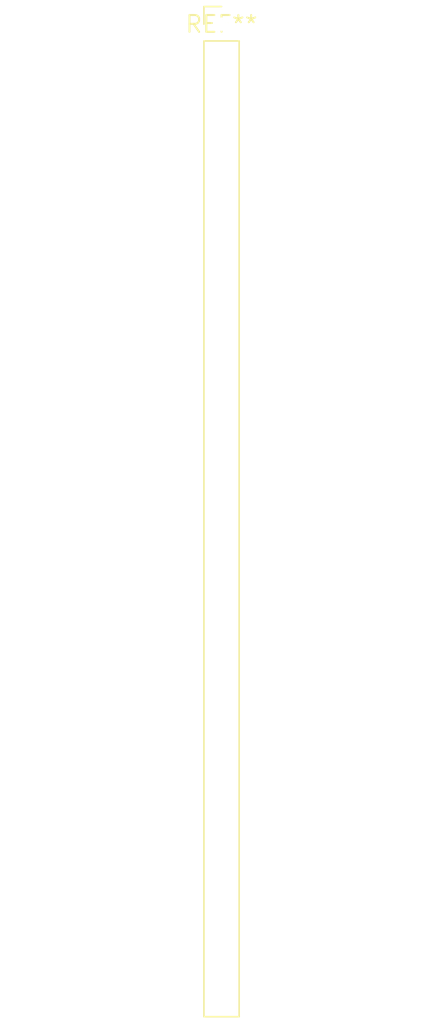
<source format=kicad_pcb>
(kicad_pcb (version 20240108) (generator pcbnew)
  (layers (0 "F.Cu" signal) (31 "B.Cu" signal) (34 "B.Paste" user) (35 "F.Paste" user) (36 "B.SilkS" user "B.Silkscreen") (37 "F.SilkS" user "F.Silkscreen") (38 "B.Mask" user) (39 "F.Mask" user) (44 "Edge.Cuts" user))
  (net 0 "")
  (footprint "PinHeader_1x30_P2.54mm_Vertical" (layer "F.Cu") (at 0 0)
    (property "Reference" "REF**")
    (property "Value" "PinHeader_1x30_P2.54mm_Vertical")
    (fp_line (start -1.33 -1.33) (end 0 -1.33) (layer "F.SilkS") (stroke (width 0.12)))
    (fp_line (start -1.33 0) (end -1.33 -1.33) (layer "F.SilkS") (stroke (width 0.12)))
    (fp_line (start -1.33 1.27) (end -1.33 74.99) (layer "F.SilkS") (stroke (width 0.12)))
    (fp_line (start -1.33 1.27) (end 1.33 1.27) (layer "F.SilkS") (stroke (width 0.12)))
    (fp_line (start -1.33 74.99) (end 1.33 74.99) (layer "F.SilkS") (stroke (width 0.12)))
    (fp_line (start 1.33 1.27) (end 1.33 74.99) (layer "F.SilkS") (stroke (width 0.12)))
    (pad "1" thru_hole rect (at 0 0) (size 1.7 1.7) (drill 1) (layers *.Cu *.Mask) (remove_unused_layers))
    (pad "2" thru_hole oval (at 0 2.54) (size 1.7 1.7) (drill 1) (layers *.Cu *.Mask) (remove_unused_layers))
    (pad "3" thru_hole oval (at 0 5.08) (size 1.7 1.7) (drill 1) (layers *.Cu *.Mask) (remove_unused_layers))
    (pad "4" thru_hole oval (at 0 7.62) (size 1.7 1.7) (drill 1) (layers *.Cu *.Mask) (remove_unused_layers))
    (pad "5" thru_hole oval (at 0 10.16) (size 1.7 1.7) (drill 1) (layers *.Cu *.Mask) (remove_unused_layers))
    (pad "6" thru_hole oval (at 0 12.7) (size 1.7 1.7) (drill 1) (layers *.Cu *.Mask) (remove_unused_layers))
    (pad "7" thru_hole oval (at 0 15.24) (size 1.7 1.7) (drill 1) (layers *.Cu *.Mask) (remove_unused_layers))
    (pad "8" thru_hole oval (at 0 17.78) (size 1.7 1.7) (drill 1) (layers *.Cu *.Mask) (remove_unused_layers))
    (pad "9" thru_hole oval (at 0 20.32) (size 1.7 1.7) (drill 1) (layers *.Cu *.Mask) (remove_unused_layers))
    (pad "10" thru_hole oval (at 0 22.86) (size 1.7 1.7) (drill 1) (layers *.Cu *.Mask) (remove_unused_layers))
    (pad "11" thru_hole oval (at 0 25.4) (size 1.7 1.7) (drill 1) (layers *.Cu *.Mask) (remove_unused_layers))
    (pad "12" thru_hole oval (at 0 27.94) (size 1.7 1.7) (drill 1) (layers *.Cu *.Mask) (remove_unused_layers))
    (pad "13" thru_hole oval (at 0 30.48) (size 1.7 1.7) (drill 1) (layers *.Cu *.Mask) (remove_unused_layers))
    (pad "14" thru_hole oval (at 0 33.02) (size 1.7 1.7) (drill 1) (layers *.Cu *.Mask) (remove_unused_layers))
    (pad "15" thru_hole oval (at 0 35.56) (size 1.7 1.7) (drill 1) (layers *.Cu *.Mask) (remove_unused_layers))
    (pad "16" thru_hole oval (at 0 38.1) (size 1.7 1.7) (drill 1) (layers *.Cu *.Mask) (remove_unused_layers))
    (pad "17" thru_hole oval (at 0 40.64) (size 1.7 1.7) (drill 1) (layers *.Cu *.Mask) (remove_unused_layers))
    (pad "18" thru_hole oval (at 0 43.18) (size 1.7 1.7) (drill 1) (layers *.Cu *.Mask) (remove_unused_layers))
    (pad "19" thru_hole oval (at 0 45.72) (size 1.7 1.7) (drill 1) (layers *.Cu *.Mask) (remove_unused_layers))
    (pad "20" thru_hole oval (at 0 48.26) (size 1.7 1.7) (drill 1) (layers *.Cu *.Mask) (remove_unused_layers))
    (pad "21" thru_hole oval (at 0 50.8) (size 1.7 1.7) (drill 1) (layers *.Cu *.Mask) (remove_unused_layers))
    (pad "22" thru_hole oval (at 0 53.34) (size 1.7 1.7) (drill 1) (layers *.Cu *.Mask) (remove_unused_layers))
    (pad "23" thru_hole oval (at 0 55.88) (size 1.7 1.7) (drill 1) (layers *.Cu *.Mask) (remove_unused_layers))
    (pad "24" thru_hole oval (at 0 58.42) (size 1.7 1.7) (drill 1) (layers *.Cu *.Mask) (remove_unused_layers))
    (pad "25" thru_hole oval (at 0 60.96) (size 1.7 1.7) (drill 1) (layers *.Cu *.Mask) (remove_unused_layers))
    (pad "26" thru_hole oval (at 0 63.5) (size 1.7 1.7) (drill 1) (layers *.Cu *.Mask) (remove_unused_layers))
    (pad "27" thru_hole oval (at 0 66.04) (size 1.7 1.7) (drill 1) (layers *.Cu *.Mask) (remove_unused_layers))
    (pad "28" thru_hole oval (at 0 68.58) (size 1.7 1.7) (drill 1) (layers *.Cu *.Mask) (remove_unused_layers))
    (pad "29" thru_hole oval (at 0 71.12) (size 1.7 1.7) (drill 1) (layers *.Cu *.Mask) (remove_unused_layers))
    (pad "30" thru_hole oval (at 0 73.66) (size 1.7 1.7) (drill 1) (layers *.Cu *.Mask) (remove_unused_layers))
  )
)
</source>
